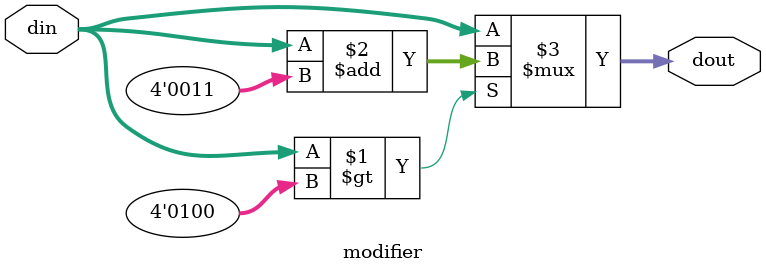
<source format=v>
`timescale 1ns / 1ps


module bin2bcd (
    input [7:0] bin_in,
    output [9:0] bcd_out
);
    wire [1:0] hundred_bits;
    wire [3:0] ten_bits;
    wire [3:0] one_bits;
// modifier out
wire [3:0] o0,o1, o2, o3, o4, o5, o6;
// shift
modifier x_modifier_0({1'b0,bin_in[7:5]},o0);
// shift
modifier x_modifier_1({o0[2:0],bin_in[4]},o1);
// shift
modifier x_modifier_2({o1[2:0],bin_in[3]},o2);
// shift
modifier x_modifier_3({o2[2:0],bin_in[2]},o3);
modifier x_modifier_5({1'b0,o0[3],o1[3],o2[3]},o5);
// shift
modifier x_modifier_4({o3[2:0],bin_in[1]},o4);
modifier x_modifier_6({o5[2:0],o3[3]},o6);

// assign to bcd out
assign one_bits = {o4[2:0],bin_in[0]};
assign ten_bits = {o6[2:0],o4[3]};
assign hundred_bits = {o5[3],o6[3]};
assign bcd_out = {hundred_bits[1:0],ten_bits[3:0],one_bits[3:0]};
endmodule

module modifier (
    input [3:0] din,
    output [3:0] dout
);
    assign dout = (din > 4'd4) ? (din + 4'd3) : din;
endmodule

</source>
